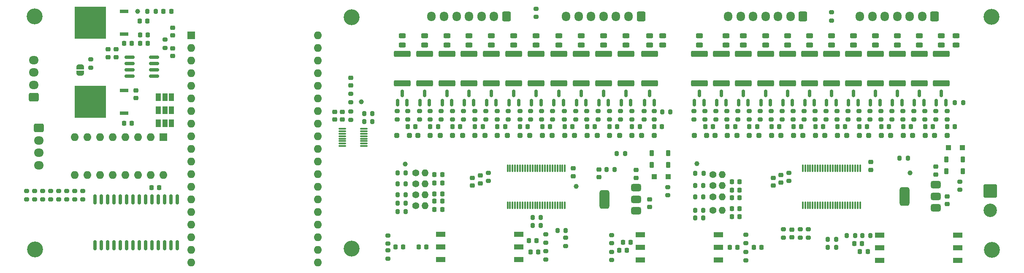
<source format=gbr>
%TF.GenerationSoftware,KiCad,Pcbnew,8.0.4*%
%TF.CreationDate,2024-09-13T16:29:25+09:00*%
%TF.ProjectId,LTC6811_ESP32_Master_V5,4c544336-3831-4315-9f45-535033325f4d,rev?*%
%TF.SameCoordinates,Original*%
%TF.FileFunction,Soldermask,Top*%
%TF.FilePolarity,Negative*%
%FSLAX46Y46*%
G04 Gerber Fmt 4.6, Leading zero omitted, Abs format (unit mm)*
G04 Created by KiCad (PCBNEW 8.0.4) date 2024-09-13 16:29:25*
%MOMM*%
%LPD*%
G01*
G04 APERTURE LIST*
G04 Aperture macros list*
%AMRoundRect*
0 Rectangle with rounded corners*
0 $1 Rounding radius*
0 $2 $3 $4 $5 $6 $7 $8 $9 X,Y pos of 4 corners*
0 Add a 4 corners polygon primitive as box body*
4,1,4,$2,$3,$4,$5,$6,$7,$8,$9,$2,$3,0*
0 Add four circle primitives for the rounded corners*
1,1,$1+$1,$2,$3*
1,1,$1+$1,$4,$5*
1,1,$1+$1,$6,$7*
1,1,$1+$1,$8,$9*
0 Add four rect primitives between the rounded corners*
20,1,$1+$1,$2,$3,$4,$5,0*
20,1,$1+$1,$4,$5,$6,$7,0*
20,1,$1+$1,$6,$7,$8,$9,0*
20,1,$1+$1,$8,$9,$2,$3,0*%
%AMFreePoly0*
4,1,19,0.500000,-0.750000,0.000000,-0.750000,0.000000,-0.744911,-0.071157,-0.744911,-0.207708,-0.704816,-0.327430,-0.627875,-0.420627,-0.520320,-0.479746,-0.390866,-0.500000,-0.250000,-0.500000,0.250000,-0.479746,0.390866,-0.420627,0.520320,-0.327430,0.627875,-0.207708,0.704816,-0.071157,0.744911,0.000000,0.744911,0.000000,0.750000,0.500000,0.750000,0.500000,-0.750000,0.500000,-0.750000,
$1*%
%AMFreePoly1*
4,1,19,0.000000,0.744911,0.071157,0.744911,0.207708,0.704816,0.327430,0.627875,0.420627,0.520320,0.479746,0.390866,0.500000,0.250000,0.500000,-0.250000,0.479746,-0.390866,0.420627,-0.520320,0.327430,-0.627875,0.207708,-0.704816,0.071157,-0.744911,0.000000,-0.744911,0.000000,-0.750000,-0.500000,-0.750000,-0.500000,0.750000,0.000000,0.750000,0.000000,0.744911,0.000000,0.744911,
$1*%
G04 Aperture macros list end*
%ADD10R,1.600000X1.600000*%
%ADD11O,1.600000X1.600000*%
%ADD12RoundRect,0.218750X0.256250X-0.218750X0.256250X0.218750X-0.256250X0.218750X-0.256250X-0.218750X0*%
%ADD13RoundRect,0.200000X0.275000X-0.200000X0.275000X0.200000X-0.275000X0.200000X-0.275000X-0.200000X0*%
%ADD14RoundRect,0.200000X-0.275000X0.200000X-0.275000X-0.200000X0.275000X-0.200000X0.275000X0.200000X0*%
%ADD15RoundRect,0.200000X0.200000X0.275000X-0.200000X0.275000X-0.200000X-0.275000X0.200000X-0.275000X0*%
%ADD16RoundRect,0.225000X0.225000X0.250000X-0.225000X0.250000X-0.225000X-0.250000X0.225000X-0.250000X0*%
%ADD17RoundRect,0.243750X-0.456250X0.243750X-0.456250X-0.243750X0.456250X-0.243750X0.456250X0.243750X0*%
%ADD18R,1.000000X1.500000*%
%ADD19RoundRect,0.225000X-0.225000X-0.250000X0.225000X-0.250000X0.225000X0.250000X-0.225000X0.250000X0*%
%ADD20RoundRect,0.250000X0.250000X0.250000X-0.250000X0.250000X-0.250000X-0.250000X0.250000X-0.250000X0*%
%ADD21RoundRect,0.225000X0.250000X-0.225000X0.250000X0.225000X-0.250000X0.225000X-0.250000X-0.225000X0*%
%ADD22RoundRect,0.200000X-0.200000X-0.275000X0.200000X-0.275000X0.200000X0.275000X-0.200000X0.275000X0*%
%ADD23RoundRect,0.250000X-1.425000X0.362500X-1.425000X-0.362500X1.425000X-0.362500X1.425000X0.362500X0*%
%ADD24R,1.701800X0.711200*%
%ADD25R,6.223000X6.553200*%
%ADD26C,1.000000*%
%ADD27C,1.400000*%
%ADD28O,1.400000X1.400000*%
%ADD29RoundRect,0.225000X-0.250000X0.225000X-0.250000X-0.225000X0.250000X-0.225000X0.250000X0.225000X0*%
%ADD30C,3.200000*%
%ADD31R,1.950000X1.020000*%
%ADD32RoundRect,0.250000X0.300000X0.300000X-0.300000X0.300000X-0.300000X-0.300000X0.300000X-0.300000X0*%
%ADD33RoundRect,0.150000X0.150000X-0.587500X0.150000X0.587500X-0.150000X0.587500X-0.150000X-0.587500X0*%
%ADD34RoundRect,0.075000X-0.075000X0.662500X-0.075000X-0.662500X0.075000X-0.662500X0.075000X0.662500X0*%
%ADD35RoundRect,0.150000X0.150000X-0.875000X0.150000X0.875000X-0.150000X0.875000X-0.150000X-0.875000X0*%
%ADD36O,1.700000X1.950000*%
%ADD37RoundRect,0.250000X0.600000X0.725000X-0.600000X0.725000X-0.600000X-0.725000X0.600000X-0.725000X0*%
%ADD38RoundRect,0.218750X0.218750X0.256250X-0.218750X0.256250X-0.218750X-0.256250X0.218750X-0.256250X0*%
%ADD39RoundRect,0.225000X0.225000X0.375000X-0.225000X0.375000X-0.225000X-0.375000X0.225000X-0.375000X0*%
%ADD40RoundRect,0.250001X-1.099999X1.099999X-1.099999X-1.099999X1.099999X-1.099999X1.099999X1.099999X0*%
%ADD41C,2.700000*%
%ADD42RoundRect,0.218750X-0.256250X0.218750X-0.256250X-0.218750X0.256250X-0.218750X0.256250X0.218750X0*%
%ADD43RoundRect,0.375000X0.625000X0.375000X-0.625000X0.375000X-0.625000X-0.375000X0.625000X-0.375000X0*%
%ADD44RoundRect,0.500000X0.500000X1.400000X-0.500000X1.400000X-0.500000X-1.400000X0.500000X-1.400000X0*%
%ADD45FreePoly0,90.000000*%
%ADD46FreePoly1,90.000000*%
%ADD47RoundRect,0.150000X0.825000X0.150000X-0.825000X0.150000X-0.825000X-0.150000X0.825000X-0.150000X0*%
%ADD48RoundRect,0.075000X-0.650000X-0.075000X0.650000X-0.075000X0.650000X0.075000X-0.650000X0.075000X0*%
%ADD49RoundRect,0.250000X-0.725000X0.600000X-0.725000X-0.600000X0.725000X-0.600000X0.725000X0.600000X0*%
%ADD50O,1.950000X1.700000*%
%ADD51RoundRect,0.250000X0.725000X-0.600000X0.725000X0.600000X-0.725000X0.600000X-0.725000X-0.600000X0*%
G04 APERTURE END LIST*
D10*
%TO.C,U8*%
X70365000Y-122821928D03*
D11*
X70365000Y-125361928D03*
X70365000Y-127901928D03*
X70365000Y-130441928D03*
X70365000Y-132981928D03*
X70365000Y-135521928D03*
X70365000Y-138061928D03*
X70365000Y-140601928D03*
X70365000Y-143141928D03*
X70365000Y-145681928D03*
X70365000Y-148221928D03*
X70365000Y-150761928D03*
X70365000Y-153301928D03*
X70365000Y-155841928D03*
X70365000Y-158381928D03*
X70365000Y-160921928D03*
X70365000Y-163461928D03*
X70365000Y-166001928D03*
X70365000Y-168541928D03*
X95765000Y-168541928D03*
X95765000Y-166001928D03*
X95765000Y-163461928D03*
X95765000Y-160921928D03*
X95765000Y-158381928D03*
X95765000Y-155841928D03*
X95765000Y-153301928D03*
X95765000Y-150761928D03*
X95765000Y-148221928D03*
X95765000Y-145681928D03*
X95765000Y-143141928D03*
X95765000Y-140601928D03*
X95765000Y-138061928D03*
X95765000Y-135521928D03*
X95765000Y-132981928D03*
X95765000Y-130441928D03*
X95765000Y-127901928D03*
X95765000Y-125361928D03*
X95765000Y-122821928D03*
%TD*%
D12*
%TO.C,D25*%
X190900000Y-163487500D03*
X190900000Y-161912500D03*
%TD*%
D13*
%TO.C,R138*%
X175600000Y-139725000D03*
X175600000Y-138075000D03*
%TD*%
D14*
%TO.C,R91*%
X224600000Y-152275000D03*
X224600000Y-153925000D03*
%TD*%
D15*
%TO.C,R4*%
X113425000Y-156600000D03*
X111775000Y-156600000D03*
%TD*%
D16*
%TO.C,C9*%
X180380000Y-154000000D03*
X178830000Y-154000000D03*
%TD*%
D17*
%TO.C,F10*%
X126100000Y-122862500D03*
X126100000Y-124737500D03*
%TD*%
D18*
%TO.C,JP3*%
X63800000Y-135300000D03*
X65100000Y-135300000D03*
X66400000Y-135300000D03*
%TD*%
D19*
%TO.C,C84*%
X191200000Y-141200000D03*
X192750000Y-141200000D03*
%TD*%
D14*
%TO.C,R2*%
X154700000Y-163000000D03*
X154700000Y-164650000D03*
%TD*%
D20*
%TO.C,D14*%
X145300000Y-143000000D03*
X142800000Y-143000000D03*
%TD*%
D17*
%TO.C,F5*%
X148600000Y-122862500D03*
X148600000Y-124737500D03*
%TD*%
D21*
%TO.C,C34*%
X59300000Y-135450000D03*
X59300000Y-133900000D03*
%TD*%
D17*
%TO.C,F19*%
X203200000Y-122862500D03*
X203200000Y-124737500D03*
%TD*%
D19*
%TO.C,C62*%
X113825000Y-141200000D03*
X115375000Y-141200000D03*
%TD*%
%TO.C,C35*%
X60050000Y-119900000D03*
X61600000Y-119900000D03*
%TD*%
D22*
%TO.C,R48*%
X153675000Y-149800000D03*
X155325000Y-149800000D03*
%TD*%
D23*
%TO.C,R121*%
X198800000Y-126537500D03*
X198800000Y-132462500D03*
%TD*%
%TO.C,R88*%
X112725000Y-126537500D03*
X112725000Y-132462500D03*
%TD*%
D24*
%TO.C,U4*%
X56900000Y-122600000D03*
D25*
X50143600Y-120299999D03*
D24*
X56900000Y-117999998D03*
%TD*%
D16*
%TO.C,C5*%
X120729962Y-150812500D03*
X119179962Y-150812500D03*
%TD*%
D26*
%TO.C,TP3*%
X147600000Y-153200000D03*
%TD*%
D27*
%TO.C,TH8*%
X174995000Y-155300000D03*
D28*
X176895000Y-155300000D03*
%TD*%
D14*
%TO.C,R49*%
X181600000Y-162950000D03*
X181600000Y-164600000D03*
%TD*%
D13*
%TO.C,R123*%
X197700000Y-139725000D03*
X197700000Y-138075000D03*
%TD*%
D23*
%TO.C,R112*%
X212000000Y-126537500D03*
X212000000Y-132462500D03*
%TD*%
D26*
%TO.C,TP4*%
X113300000Y-148700000D03*
%TD*%
D19*
%TO.C,C68*%
X62425000Y-153500000D03*
X63975000Y-153500000D03*
%TD*%
D29*
%TO.C,C37*%
X147000000Y-149600000D03*
X147000000Y-151150000D03*
%TD*%
D20*
%TO.C,D37*%
X173800000Y-143000000D03*
X171300000Y-143000000D03*
%TD*%
D13*
%TO.C,R90*%
X111675000Y-139725000D03*
X111675000Y-138075000D03*
%TD*%
D20*
%TO.C,D11*%
X158800000Y-143000000D03*
X156300000Y-143000000D03*
%TD*%
D13*
%TO.C,R63*%
X152000000Y-139725000D03*
X152000000Y-138075000D03*
%TD*%
D19*
%TO.C,C61*%
X118325000Y-141200000D03*
X119875000Y-141200000D03*
%TD*%
D23*
%TO.C,R133*%
X181150000Y-126537500D03*
X181150000Y-132462500D03*
%TD*%
D13*
%TO.C,R117*%
X206500000Y-139725000D03*
X206500000Y-138075000D03*
%TD*%
D14*
%TO.C,TH1*%
X139600000Y-117475000D03*
X139600000Y-119125000D03*
%TD*%
D30*
%TO.C,J19*%
X230900000Y-119100000D03*
%TD*%
D16*
%TO.C,C10*%
X180375000Y-152300000D03*
X178825000Y-152300000D03*
%TD*%
%TO.C,C7*%
X180375000Y-157700000D03*
X178825000Y-157700000D03*
%TD*%
D31*
%TO.C,TR3*%
X176120000Y-168040000D03*
X176120000Y-165500000D03*
X176120000Y-162960000D03*
X160480000Y-162960000D03*
X160480000Y-165500000D03*
X160480000Y-168040000D03*
%TD*%
D13*
%TO.C,R72*%
X138500000Y-139725000D03*
X138500000Y-138075000D03*
%TD*%
D32*
%TO.C,D8*%
X166075000Y-151300000D03*
X163275000Y-151300000D03*
%TD*%
D33*
%TO.C,Q24*%
X180200000Y-136337500D03*
X182100000Y-136337500D03*
X181150000Y-134462500D03*
%TD*%
D15*
%TO.C,R98*%
X199725000Y-165500000D03*
X198075000Y-165500000D03*
%TD*%
D19*
%TO.C,C24*%
X156225000Y-166100000D03*
X157775000Y-166100000D03*
%TD*%
%TO.C,C29*%
X116025000Y-165400000D03*
X117575000Y-165400000D03*
%TD*%
D23*
%TO.C,R118*%
X203200000Y-126537500D03*
X203200000Y-132462500D03*
%TD*%
D33*
%TO.C,Q8*%
X134150000Y-136337500D03*
X136050000Y-136337500D03*
X135100000Y-134462500D03*
%TD*%
D10*
%TO.C,SW1*%
X64800000Y-143332500D03*
D11*
X62260000Y-143332500D03*
X59720000Y-143332500D03*
X57180000Y-143332500D03*
X54640000Y-143332500D03*
X52100000Y-143332500D03*
X49560000Y-143332500D03*
X47020000Y-143332500D03*
X47020000Y-150952500D03*
X49560000Y-150952500D03*
X52100000Y-150952500D03*
X54640000Y-150952500D03*
X57180000Y-150952500D03*
X59720000Y-150952500D03*
X62260000Y-150952500D03*
X64800000Y-150952500D03*
%TD*%
D13*
%TO.C,R45*%
X130000000Y-152125000D03*
X130000000Y-150475000D03*
%TD*%
D16*
%TO.C,C2*%
X120729962Y-156200000D03*
X119179962Y-156200000D03*
%TD*%
D20*
%TO.C,D36*%
X177950000Y-143000000D03*
X175450000Y-143000000D03*
%TD*%
D13*
%TO.C,R128*%
X191100000Y-139725000D03*
X191100000Y-138075000D03*
%TD*%
%TO.C,R69*%
X142900000Y-139725000D03*
X142900000Y-138075000D03*
%TD*%
D33*
%TO.C,Q3*%
X156650000Y-136337500D03*
X158550000Y-136337500D03*
X157600000Y-134462500D03*
%TD*%
D14*
%TO.C,R40*%
X166000000Y-153375000D03*
X166000000Y-155025000D03*
%TD*%
D26*
%TO.C,TP2*%
X104500000Y-136200000D03*
%TD*%
D13*
%TO.C,R57*%
X161200000Y-139725000D03*
X161200000Y-138075000D03*
%TD*%
D15*
%TO.C,R11*%
X173125000Y-153000000D03*
X171475000Y-153000000D03*
%TD*%
D23*
%TO.C,R64*%
X148600000Y-126537500D03*
X148600000Y-132462500D03*
%TD*%
D13*
%TO.C,R94*%
X192600000Y-163537500D03*
X192600000Y-161887500D03*
%TD*%
D14*
%TO.C,R32*%
X141500000Y-162875000D03*
X141500000Y-164525000D03*
%TD*%
D13*
%TO.C,R89*%
X113825000Y-139725000D03*
X113825000Y-138075000D03*
%TD*%
D19*
%TO.C,C86*%
X182350000Y-141200000D03*
X183900000Y-141200000D03*
%TD*%
D14*
%TO.C,R151*%
X48600000Y-154150000D03*
X48600000Y-155800000D03*
%TD*%
D16*
%TO.C,C50*%
X140000000Y-166400000D03*
X138450000Y-166400000D03*
%TD*%
D29*
%TO.C,C31*%
X99150000Y-138225000D03*
X99150000Y-139775000D03*
%TD*%
D23*
%TO.C,R67*%
X144100000Y-126537500D03*
X144100000Y-132462500D03*
%TD*%
D33*
%TO.C,Q5*%
X147650000Y-136337500D03*
X149550000Y-136337500D03*
X148600000Y-134462500D03*
%TD*%
D17*
%TO.C,F23*%
X185600000Y-122862500D03*
X185600000Y-124737500D03*
%TD*%
D19*
%TO.C,C70*%
X183225000Y-165500000D03*
X184775000Y-165500000D03*
%TD*%
D33*
%TO.C,Q11*%
X120750000Y-136337500D03*
X122650000Y-136337500D03*
X121700000Y-134462500D03*
%TD*%
D15*
%TO.C,R10*%
X173125000Y-155300000D03*
X171475000Y-155300000D03*
%TD*%
D19*
%TO.C,C69*%
X138125000Y-164100000D03*
X139675000Y-164100000D03*
%TD*%
D33*
%TO.C,Q25*%
X175800000Y-136337500D03*
X177700000Y-136337500D03*
X176750000Y-134462500D03*
%TD*%
D17*
%TO.C,F15*%
X220800000Y-122862500D03*
X220800000Y-124737500D03*
%TD*%
D15*
%TO.C,R9*%
X173125000Y-158000000D03*
X171475000Y-158000000D03*
%TD*%
D27*
%TO.C,TH3*%
X115395000Y-154900000D03*
D28*
X117295000Y-154900000D03*
%TD*%
D19*
%TO.C,C82*%
X200000000Y-141200000D03*
X201550000Y-141200000D03*
%TD*%
%TO.C,C55*%
X145300000Y-141200000D03*
X146850000Y-141200000D03*
%TD*%
D15*
%TO.C,R7*%
X113425000Y-150500000D03*
X111775000Y-150500000D03*
%TD*%
D17*
%TO.C,F2*%
X162300000Y-122862500D03*
X162300000Y-124737500D03*
%TD*%
D33*
%TO.C,Q19*%
X202250000Y-136337500D03*
X204150000Y-136337500D03*
X203200000Y-134462500D03*
%TD*%
D13*
%TO.C,R74*%
X136300000Y-139725000D03*
X136300000Y-138075000D03*
%TD*%
D33*
%TO.C,Q2*%
X161350000Y-136337500D03*
X163250000Y-136337500D03*
X162300000Y-134462500D03*
%TD*%
D19*
%TO.C,C56*%
X140800000Y-141200000D03*
X142350000Y-141200000D03*
%TD*%
D34*
%TO.C,U11*%
X145350000Y-149587500D03*
X144850000Y-149587500D03*
X144350000Y-149587500D03*
X143850000Y-149587500D03*
X143350000Y-149587500D03*
X142850000Y-149587500D03*
X142350000Y-149587500D03*
X141850000Y-149587500D03*
X141350000Y-149587500D03*
X140850000Y-149587500D03*
X140350000Y-149587500D03*
X139850000Y-149587500D03*
X139350000Y-149587500D03*
X138850000Y-149587500D03*
X138350000Y-149587500D03*
X137850000Y-149587500D03*
X137350000Y-149587500D03*
X136850000Y-149587500D03*
X136350000Y-149587500D03*
X135850000Y-149587500D03*
X135350000Y-149587500D03*
X134850000Y-149587500D03*
X134350000Y-149587500D03*
X133850000Y-149587500D03*
X133850000Y-157012500D03*
X134350000Y-157012500D03*
X134850000Y-157012500D03*
X135350000Y-157012500D03*
X135850000Y-157012500D03*
X136350000Y-157012500D03*
X136850000Y-157012500D03*
X137350000Y-157012500D03*
X137850000Y-157012500D03*
X138350000Y-157012500D03*
X138850000Y-157012500D03*
X139350000Y-157012500D03*
X139850000Y-157012500D03*
X140350000Y-157012500D03*
X140850000Y-157012500D03*
X141350000Y-157012500D03*
X141850000Y-157012500D03*
X142350000Y-157012500D03*
X142850000Y-157012500D03*
X143350000Y-157012500D03*
X143850000Y-157012500D03*
X144350000Y-157012500D03*
X144850000Y-157012500D03*
X145350000Y-157012500D03*
%TD*%
D21*
%TO.C,C40*%
X159600000Y-151475000D03*
X159600000Y-149925000D03*
%TD*%
D19*
%TO.C,C59*%
X127300000Y-141200000D03*
X128850000Y-141200000D03*
%TD*%
D13*
%TO.C,R110*%
X217500000Y-139725000D03*
X217500000Y-138075000D03*
%TD*%
D17*
%TO.C,F14*%
X223800000Y-122862500D03*
X223800000Y-124737500D03*
%TD*%
%TO.C,F8*%
X135100000Y-122862500D03*
X135100000Y-124737500D03*
%TD*%
%TO.C,F7*%
X139600000Y-122862500D03*
X139600000Y-124737500D03*
%TD*%
D13*
%TO.C,R99*%
X189200000Y-163512500D03*
X189200000Y-161862500D03*
%TD*%
D19*
%TO.C,C83*%
X195600000Y-141200000D03*
X197150000Y-141200000D03*
%TD*%
D20*
%TO.C,D27*%
X217600000Y-143000000D03*
X215100000Y-143000000D03*
%TD*%
D33*
%TO.C,Q9*%
X129650000Y-136337500D03*
X131550000Y-136337500D03*
X130600000Y-134462500D03*
%TD*%
%TO.C,Q20*%
X197850000Y-136337500D03*
X199750000Y-136337500D03*
X198800000Y-134462500D03*
%TD*%
D20*
%TO.C,D32*%
X195600000Y-143000000D03*
X193100000Y-143000000D03*
%TD*%
D19*
%TO.C,C60*%
X122800000Y-141200000D03*
X124350000Y-141200000D03*
%TD*%
D23*
%TO.C,R136*%
X176750000Y-126537500D03*
X176750000Y-132462500D03*
%TD*%
D20*
%TO.C,D26*%
X222000000Y-143000000D03*
X219500000Y-143000000D03*
%TD*%
D22*
%TO.C,R154*%
X204975000Y-163100000D03*
X206625000Y-163100000D03*
%TD*%
D13*
%TO.C,R83*%
X122800000Y-139725000D03*
X122800000Y-138075000D03*
%TD*%
D21*
%TO.C,C65*%
X188700000Y-152475000D03*
X188700000Y-150925000D03*
%TD*%
D14*
%TO.C,R144*%
X43800000Y-154150000D03*
X43800000Y-155800000D03*
%TD*%
D33*
%TO.C,Q12*%
X116275000Y-136337500D03*
X118175000Y-136337500D03*
X117225000Y-134462500D03*
%TD*%
D20*
%TO.C,D13*%
X149800000Y-143000000D03*
X147300000Y-143000000D03*
%TD*%
D15*
%TO.C,R44*%
X140525000Y-159500000D03*
X138875000Y-159500000D03*
%TD*%
D27*
%TO.C,TH9*%
X174995000Y-153000000D03*
D28*
X176895000Y-153000000D03*
%TD*%
D19*
%TO.C,C88*%
X173500000Y-141200000D03*
X175050000Y-141200000D03*
%TD*%
D21*
%TO.C,C42*%
X219700000Y-150800000D03*
X219700000Y-149250000D03*
%TD*%
D20*
%TO.C,D15*%
X140800000Y-143000000D03*
X138300000Y-143000000D03*
%TD*%
D27*
%TO.C,TH7*%
X174995000Y-158000000D03*
D28*
X176895000Y-158000000D03*
%TD*%
D19*
%TO.C,C57*%
X136300000Y-141200000D03*
X137850000Y-141200000D03*
%TD*%
D13*
%TO.C,R122*%
X199900000Y-139725000D03*
X199900000Y-138075000D03*
%TD*%
D23*
%TO.C,R109*%
X216400000Y-126537500D03*
X216400000Y-132462500D03*
%TD*%
D15*
%TO.C,FB1*%
X166525000Y-138200000D03*
X164875000Y-138200000D03*
%TD*%
D14*
%TO.C,R153*%
X50200000Y-127675000D03*
X50200000Y-129325000D03*
%TD*%
D26*
%TO.C,TP1*%
X59600000Y-118000000D03*
%TD*%
D15*
%TO.C,R92*%
X214125000Y-147500000D03*
X212475000Y-147500000D03*
%TD*%
D13*
%TO.C,R80*%
X127300000Y-139725000D03*
X127300000Y-138075000D03*
%TD*%
%TO.C,R56*%
X163300000Y-139725000D03*
X163300000Y-138075000D03*
%TD*%
D23*
%TO.C,R58*%
X157600000Y-126537500D03*
X157600000Y-132462500D03*
%TD*%
D19*
%TO.C,C52*%
X158800000Y-141200000D03*
X160350000Y-141200000D03*
%TD*%
D13*
%TO.C,R132*%
X184500000Y-139725000D03*
X184500000Y-138075000D03*
%TD*%
D21*
%TO.C,C39*%
X128400000Y-152575000D03*
X128400000Y-151025000D03*
%TD*%
D13*
%TO.C,R137*%
X177800000Y-139725000D03*
X177800000Y-138075000D03*
%TD*%
D19*
%TO.C,C33*%
X56925000Y-124400000D03*
X58475000Y-124400000D03*
%TD*%
D35*
%TO.C,U1*%
X51045000Y-165100000D03*
X52315000Y-165100000D03*
X53585000Y-165100000D03*
X54855000Y-165100000D03*
X56125000Y-165100000D03*
X57395000Y-165100000D03*
X58665000Y-165100000D03*
X59935000Y-165100000D03*
X61205000Y-165100000D03*
X62475000Y-165100000D03*
X63745000Y-165100000D03*
X65015000Y-165100000D03*
X66285000Y-165100000D03*
X67555000Y-165100000D03*
X67555000Y-155800000D03*
X66285000Y-155800000D03*
X65015000Y-155800000D03*
X63745000Y-155800000D03*
X62475000Y-155800000D03*
X61205000Y-155800000D03*
X59935000Y-155800000D03*
X58665000Y-155800000D03*
X57395000Y-155800000D03*
X56125000Y-155800000D03*
X54855000Y-155800000D03*
X53585000Y-155800000D03*
X52315000Y-155800000D03*
X51045000Y-155800000D03*
%TD*%
D29*
%TO.C,C41*%
X162350000Y-155800000D03*
X162350000Y-157350000D03*
%TD*%
D19*
%TO.C,C51*%
X163250000Y-141200000D03*
X164800000Y-141200000D03*
%TD*%
D13*
%TO.C,R126*%
X193300000Y-139725000D03*
X193300000Y-138075000D03*
%TD*%
D17*
%TO.C,F21*%
X194400000Y-122862500D03*
X194400000Y-124737500D03*
%TD*%
D22*
%TO.C,R47*%
X198075000Y-163900000D03*
X199725000Y-163900000D03*
%TD*%
D33*
%TO.C,Q17*%
X211050000Y-136337500D03*
X212950000Y-136337500D03*
X212000000Y-134462500D03*
%TD*%
D19*
%TO.C,C80*%
X208800000Y-141200000D03*
X210350000Y-141200000D03*
%TD*%
D14*
%TO.C,R36*%
X109800000Y-166100000D03*
X109800000Y-167750000D03*
%TD*%
D17*
%TO.C,F6*%
X144100000Y-122862500D03*
X144100000Y-124737500D03*
%TD*%
D14*
%TO.C,R148*%
X45400000Y-154150000D03*
X45400000Y-155800000D03*
%TD*%
D13*
%TO.C,R65*%
X149700000Y-139725000D03*
X149700000Y-138075000D03*
%TD*%
D33*
%TO.C,Q18*%
X206650000Y-136337500D03*
X208550000Y-136337500D03*
X207600000Y-134462500D03*
%TD*%
D13*
%TO.C,R59*%
X158800000Y-139725000D03*
X158800000Y-138075000D03*
%TD*%
D22*
%TO.C,R155*%
X201875000Y-163100000D03*
X203525000Y-163100000D03*
%TD*%
D18*
%TO.C,JP1*%
X63800000Y-140500000D03*
X65100000Y-140500000D03*
X66400000Y-140500000D03*
%TD*%
D22*
%TO.C,R42*%
X143875000Y-162100000D03*
X145525000Y-162100000D03*
%TD*%
D17*
%TO.C,F25*%
X177700000Y-122862500D03*
X177700000Y-124737500D03*
%TD*%
%TO.C,F1*%
X165000000Y-122862500D03*
X165000000Y-124737500D03*
%TD*%
D16*
%TO.C,C26*%
X158525000Y-164500000D03*
X156975000Y-164500000D03*
%TD*%
D33*
%TO.C,Q26*%
X171350000Y-136337500D03*
X173250000Y-136337500D03*
X172300000Y-134462500D03*
%TD*%
D15*
%TO.C,R27*%
X63250000Y-118000000D03*
X61600000Y-118000000D03*
%TD*%
D29*
%TO.C,C67*%
X222000000Y-155200000D03*
X222000000Y-156750000D03*
%TD*%
D19*
%TO.C,C85*%
X186800000Y-141200000D03*
X188350000Y-141200000D03*
%TD*%
D36*
%TO.C,J11*%
X118600000Y-119000000D03*
X121100000Y-119000000D03*
X123600000Y-119000000D03*
X126100000Y-119000000D03*
X128600000Y-119000000D03*
X131100000Y-119000000D03*
D37*
X133600000Y-119000000D03*
%TD*%
D14*
%TO.C,R102*%
X37400000Y-154150000D03*
X37400000Y-155800000D03*
%TD*%
D19*
%TO.C,C20*%
X56900000Y-140500000D03*
X58450000Y-140500000D03*
%TD*%
D27*
%TO.C,TH5*%
X115395000Y-150500000D03*
D28*
X117295000Y-150500000D03*
%TD*%
D23*
%TO.C,R82*%
X121700000Y-126537500D03*
X121700000Y-132462500D03*
%TD*%
D13*
%TO.C,R87*%
X116200000Y-139725000D03*
X116200000Y-138075000D03*
%TD*%
D26*
%TO.C,TP5*%
X214600000Y-150500000D03*
%TD*%
D38*
%TO.C,D1*%
X66387500Y-118000000D03*
X64812500Y-118000000D03*
%TD*%
D13*
%TO.C,R131*%
X186700000Y-139725000D03*
X186700000Y-138075000D03*
%TD*%
%TO.C,R66*%
X147500000Y-139725000D03*
X147500000Y-138075000D03*
%TD*%
%TO.C,R129*%
X188900000Y-139725000D03*
X188900000Y-138075000D03*
%TD*%
D30*
%TO.C,J21*%
X102600000Y-165700000D03*
%TD*%
D33*
%TO.C,Q7*%
X138650000Y-136337500D03*
X140550000Y-136337500D03*
X139600000Y-134462500D03*
%TD*%
D13*
%TO.C,R140*%
X173400000Y-139725000D03*
X173400000Y-138075000D03*
%TD*%
D21*
%TO.C,C32*%
X100700000Y-139775000D03*
X100700000Y-138225000D03*
%TD*%
D39*
%TO.C,D7*%
X166050000Y-148900000D03*
X162750000Y-148900000D03*
%TD*%
D20*
%TO.C,D29*%
X208800000Y-143000000D03*
X206300000Y-143000000D03*
%TD*%
D33*
%TO.C,Q4*%
X152150000Y-136337500D03*
X154050000Y-136337500D03*
X153100000Y-134462500D03*
%TD*%
D14*
%TO.C,R46*%
X181600000Y-166450000D03*
X181600000Y-168100000D03*
%TD*%
D33*
%TO.C,Q23*%
X184650000Y-136337500D03*
X186550000Y-136337500D03*
X185600000Y-134462500D03*
%TD*%
D16*
%TO.C,C8*%
X180375000Y-155500000D03*
X178825000Y-155500000D03*
%TD*%
D33*
%TO.C,Q10*%
X125150000Y-136337500D03*
X127050000Y-136337500D03*
X126100000Y-134462500D03*
%TD*%
D16*
%TO.C,C74*%
X206075000Y-166300000D03*
X204525000Y-166300000D03*
%TD*%
D17*
%TO.C,F9*%
X130600000Y-122862500D03*
X130600000Y-124737500D03*
%TD*%
D13*
%TO.C,R134*%
X182300000Y-139725000D03*
X182300000Y-138075000D03*
%TD*%
D24*
%TO.C,U3*%
X56900000Y-138500002D03*
D25*
X50143600Y-136200001D03*
D24*
X56900000Y-133900000D03*
%TD*%
D16*
%TO.C,C6*%
X180375000Y-159300000D03*
X178825000Y-159300000D03*
%TD*%
D23*
%TO.C,R73*%
X135100000Y-126537500D03*
X135100000Y-132462500D03*
%TD*%
%TO.C,R124*%
X194400000Y-126537500D03*
X194400000Y-132462500D03*
%TD*%
D40*
%TO.C,J6*%
X230700000Y-154100000D03*
D41*
X230700000Y-158060000D03*
%TD*%
D14*
%TO.C,R103*%
X39000000Y-154150000D03*
X39000000Y-155800000D03*
%TD*%
D39*
%TO.C,D6*%
X166050000Y-146500000D03*
X162750000Y-146500000D03*
%TD*%
D16*
%TO.C,C21*%
X61675000Y-124400000D03*
X60125000Y-124400000D03*
%TD*%
D20*
%TO.C,D30*%
X204400000Y-143000000D03*
X201900000Y-143000000D03*
%TD*%
D42*
%TO.C,D9*%
X152200000Y-149812500D03*
X152200000Y-151387500D03*
%TD*%
D14*
%TO.C,R37*%
X109800000Y-163100000D03*
X109800000Y-164750000D03*
%TD*%
D13*
%TO.C,R96*%
X190300000Y-152125000D03*
X190300000Y-150475000D03*
%TD*%
%TO.C,R95*%
X194200000Y-163537500D03*
X194200000Y-161887500D03*
%TD*%
D14*
%TO.C,R39*%
X102400000Y-138175000D03*
X102400000Y-139825000D03*
%TD*%
D17*
%TO.C,F16*%
X216400000Y-122862500D03*
X216400000Y-124737500D03*
%TD*%
D13*
%TO.C,R81*%
X125000000Y-139725000D03*
X125000000Y-138075000D03*
%TD*%
D39*
%TO.C,D22*%
X225150000Y-150200000D03*
X221850000Y-150200000D03*
%TD*%
D43*
%TO.C,Q1*%
X159600000Y-158100000D03*
X159600000Y-155800000D03*
X159600000Y-153500000D03*
D44*
X153300000Y-155800000D03*
%TD*%
D30*
%TO.C,J4*%
X231000000Y-166000000D03*
%TD*%
D26*
%TO.C,TP6*%
X171800000Y-148600000D03*
%TD*%
D15*
%TO.C,R6*%
X113425000Y-152700000D03*
X111775000Y-152700000D03*
%TD*%
D42*
%TO.C,D4*%
X102400000Y-131325000D03*
X102400000Y-132900000D03*
%TD*%
D13*
%TO.C,R114*%
X210900000Y-139725000D03*
X210900000Y-138075000D03*
%TD*%
%TO.C,R113*%
X213100000Y-139725000D03*
X213100000Y-138075000D03*
%TD*%
D29*
%TO.C,C63*%
X206700000Y-148325000D03*
X206700000Y-149875000D03*
%TD*%
D22*
%TO.C,R35*%
X105075000Y-138562500D03*
X106725000Y-138562500D03*
%TD*%
D13*
%TO.C,R60*%
X156500000Y-139725000D03*
X156500000Y-138075000D03*
%TD*%
D14*
%TO.C,TH6*%
X198800000Y-118175000D03*
X198800000Y-119825000D03*
%TD*%
D45*
%TO.C,JP4*%
X48100000Y-130450000D03*
D46*
X48100000Y-129150000D03*
%TD*%
D16*
%TO.C,C30*%
X112875000Y-165400000D03*
X111325000Y-165400000D03*
%TD*%
D17*
%TO.C,F12*%
X117225000Y-122862500D03*
X117225000Y-124737500D03*
%TD*%
D20*
%TO.C,D19*%
X122800000Y-143000000D03*
X120300000Y-143000000D03*
%TD*%
D31*
%TO.C,TR7*%
X224120000Y-168140000D03*
X224120000Y-165600000D03*
X224120000Y-163060000D03*
X208480000Y-163060000D03*
X208480000Y-165600000D03*
X208480000Y-168140000D03*
%TD*%
D23*
%TO.C,R61*%
X153100000Y-126537500D03*
X153100000Y-132462500D03*
%TD*%
D29*
%TO.C,C27*%
X66700000Y-121250000D03*
X66700000Y-122800000D03*
%TD*%
D14*
%TO.C,R97*%
X145500000Y-163575000D03*
X145500000Y-165225000D03*
%TD*%
D19*
%TO.C,C53*%
X154300000Y-141200000D03*
X155850000Y-141200000D03*
%TD*%
D20*
%TO.C,D17*%
X131800000Y-143000000D03*
X129300000Y-143000000D03*
%TD*%
D13*
%TO.C,R75*%
X134000000Y-139725000D03*
X134000000Y-138075000D03*
%TD*%
D17*
%TO.C,F4*%
X153100000Y-122862500D03*
X153100000Y-124737500D03*
%TD*%
D20*
%TO.C,D16*%
X136300000Y-143000000D03*
X133800000Y-143000000D03*
%TD*%
D36*
%TO.C,J10*%
X145600000Y-119000000D03*
X148100000Y-119000000D03*
X150600000Y-119000000D03*
X153100000Y-119000000D03*
X155600000Y-119000000D03*
X158100000Y-119000000D03*
D37*
X160600000Y-119000000D03*
%TD*%
D13*
%TO.C,R135*%
X180050000Y-139725000D03*
X180050000Y-138075000D03*
%TD*%
D32*
%TO.C,D24*%
X225050000Y-145400000D03*
X222250000Y-145400000D03*
%TD*%
D13*
%TO.C,R78*%
X129500000Y-139725000D03*
X129500000Y-138075000D03*
%TD*%
D14*
%TO.C,R29*%
X141500000Y-166275000D03*
X141500000Y-167925000D03*
%TD*%
D17*
%TO.C,F22*%
X190000000Y-122862500D03*
X190000000Y-124737500D03*
%TD*%
%TO.C,F3*%
X157600000Y-122862500D03*
X157600000Y-124737500D03*
%TD*%
D13*
%TO.C,R77*%
X131800000Y-139725000D03*
X131800000Y-138075000D03*
%TD*%
%TO.C,R62*%
X154300000Y-139725000D03*
X154300000Y-138075000D03*
%TD*%
D34*
%TO.C,U12*%
X204550000Y-149587500D03*
X204050000Y-149587500D03*
X203550000Y-149587500D03*
X203050000Y-149587500D03*
X202550000Y-149587500D03*
X202050000Y-149587500D03*
X201550000Y-149587500D03*
X201050000Y-149587500D03*
X200550000Y-149587500D03*
X200050000Y-149587500D03*
X199550000Y-149587500D03*
X199050000Y-149587500D03*
X198550000Y-149587500D03*
X198050000Y-149587500D03*
X197550000Y-149587500D03*
X197050000Y-149587500D03*
X196550000Y-149587500D03*
X196050000Y-149587500D03*
X195550000Y-149587500D03*
X195050000Y-149587500D03*
X194550000Y-149587500D03*
X194050000Y-149587500D03*
X193550000Y-149587500D03*
X193050000Y-149587500D03*
X193050000Y-157012500D03*
X193550000Y-157012500D03*
X194050000Y-157012500D03*
X194550000Y-157012500D03*
X195050000Y-157012500D03*
X195550000Y-157012500D03*
X196050000Y-157012500D03*
X196550000Y-157012500D03*
X197050000Y-157012500D03*
X197550000Y-157012500D03*
X198050000Y-157012500D03*
X198550000Y-157012500D03*
X199050000Y-157012500D03*
X199550000Y-157012500D03*
X200050000Y-157012500D03*
X200550000Y-157012500D03*
X201050000Y-157012500D03*
X201550000Y-157012500D03*
X202050000Y-157012500D03*
X202550000Y-157012500D03*
X203050000Y-157012500D03*
X203550000Y-157012500D03*
X204050000Y-157012500D03*
X204550000Y-157012500D03*
%TD*%
D33*
%TO.C,Q13*%
X111775000Y-136337500D03*
X113675000Y-136337500D03*
X112725000Y-134462500D03*
%TD*%
D14*
%TO.C,R1*%
X154700000Y-166375000D03*
X154700000Y-168025000D03*
%TD*%
D33*
%TO.C,Q22*%
X189050000Y-136337500D03*
X190950000Y-136337500D03*
X190000000Y-134462500D03*
%TD*%
D13*
%TO.C,R107*%
X222000000Y-139725000D03*
X222000000Y-138075000D03*
%TD*%
%TO.C,R84*%
X120500000Y-139725000D03*
X120500000Y-138075000D03*
%TD*%
D20*
%TO.C,D33*%
X191200000Y-143000000D03*
X188700000Y-143000000D03*
%TD*%
D13*
%TO.C,R108*%
X219700000Y-139725000D03*
X219700000Y-138075000D03*
%TD*%
D21*
%TO.C,C64*%
X187100000Y-153075000D03*
X187100000Y-151525000D03*
%TD*%
D30*
%TO.C,J3*%
X39000000Y-119000000D03*
%TD*%
D21*
%TO.C,C48*%
X55300000Y-127200000D03*
X55300000Y-125650000D03*
%TD*%
D23*
%TO.C,R130*%
X185600000Y-126537500D03*
X185600000Y-132462500D03*
%TD*%
D17*
%TO.C,F11*%
X121700000Y-122862500D03*
X121700000Y-124737500D03*
%TD*%
D19*
%TO.C,C45*%
X178425000Y-165500000D03*
X179975000Y-165500000D03*
%TD*%
D23*
%TO.C,R115*%
X207600000Y-126537500D03*
X207600000Y-132462500D03*
%TD*%
D16*
%TO.C,C3*%
X120729962Y-154700000D03*
X119179962Y-154700000D03*
%TD*%
D20*
%TO.C,D18*%
X127300000Y-143000000D03*
X124800000Y-143000000D03*
%TD*%
D14*
%TO.C,R33*%
X102400000Y-134587500D03*
X102400000Y-136237500D03*
%TD*%
D13*
%TO.C,R141*%
X171200000Y-139725000D03*
X171200000Y-138075000D03*
%TD*%
D15*
%TO.C,R41*%
X157400000Y-146600000D03*
X155750000Y-146600000D03*
%TD*%
D33*
%TO.C,Q15*%
X219850000Y-136337500D03*
X221750000Y-136337500D03*
X220800000Y-134462500D03*
%TD*%
D17*
%TO.C,F13*%
X112725000Y-122862500D03*
X112725000Y-124737500D03*
%TD*%
D27*
%TO.C,TH4*%
X115395000Y-152700000D03*
D28*
X117295000Y-152700000D03*
%TD*%
D15*
%TO.C,FB2*%
X225200000Y-136350000D03*
X223550000Y-136350000D03*
%TD*%
D23*
%TO.C,R139*%
X172300000Y-126537500D03*
X172300000Y-132462500D03*
%TD*%
D36*
%TO.C,J13*%
X178100000Y-119000000D03*
X180600000Y-119000000D03*
X183100000Y-119000000D03*
X185600000Y-119000000D03*
X188100000Y-119000000D03*
X190600000Y-119000000D03*
D37*
X193100000Y-119000000D03*
%TD*%
D30*
%TO.C,J18*%
X102600000Y-119200000D03*
%TD*%
D20*
%TO.C,D10*%
X163225000Y-143000000D03*
X160725000Y-143000000D03*
%TD*%
D17*
%TO.C,F26*%
X172300000Y-122862500D03*
X172300000Y-124737500D03*
%TD*%
D19*
%TO.C,C58*%
X131800000Y-141200000D03*
X133350000Y-141200000D03*
%TD*%
D47*
%TO.C,U2*%
X62975000Y-131005000D03*
X62975000Y-129735000D03*
X62975000Y-128465000D03*
X62975000Y-127195000D03*
X58025000Y-127195000D03*
X58025000Y-128465000D03*
X58025000Y-129735000D03*
X58025000Y-131005000D03*
%TD*%
D48*
%TO.C,U9*%
X100725000Y-141600000D03*
X100725000Y-142100000D03*
X100725000Y-142600000D03*
X100725000Y-143100000D03*
X100725000Y-143600000D03*
X100725000Y-144100000D03*
X100725000Y-144600000D03*
X100725000Y-145100000D03*
X105025000Y-145100000D03*
X105025000Y-144600000D03*
X105025000Y-144100000D03*
X105025000Y-143600000D03*
X105025000Y-143100000D03*
X105025000Y-142600000D03*
X105025000Y-142100000D03*
X105025000Y-141600000D03*
%TD*%
D23*
%TO.C,R55*%
X162300000Y-126537500D03*
X162300000Y-132462500D03*
%TD*%
%TO.C,R70*%
X139600000Y-126537500D03*
X139600000Y-132462500D03*
%TD*%
D20*
%TO.C,D20*%
X118325000Y-143000000D03*
X115825000Y-143000000D03*
%TD*%
D13*
%TO.C,R68*%
X145200000Y-139725000D03*
X145200000Y-138075000D03*
%TD*%
D33*
%TO.C,Q16*%
X215450000Y-136337500D03*
X217350000Y-136337500D03*
X216400000Y-134462500D03*
%TD*%
D14*
%TO.C,R105*%
X42200000Y-154150000D03*
X42200000Y-155800000D03*
%TD*%
%TO.C,R149*%
X47000000Y-154150000D03*
X47000000Y-155800000D03*
%TD*%
D13*
%TO.C,R125*%
X195500000Y-139725000D03*
X195500000Y-138075000D03*
%TD*%
D17*
%TO.C,F20*%
X198800000Y-122862500D03*
X198800000Y-124737500D03*
%TD*%
D19*
%TO.C,C73*%
X203400000Y-164700000D03*
X204950000Y-164700000D03*
%TD*%
D15*
%TO.C,R5*%
X113425000Y-154900000D03*
X111775000Y-154900000D03*
%TD*%
D19*
%TO.C,C54*%
X149800000Y-141200000D03*
X151350000Y-141200000D03*
%TD*%
%TO.C,C77*%
X222000000Y-141200000D03*
X223550000Y-141200000D03*
%TD*%
D23*
%TO.C,R85*%
X117225000Y-126537500D03*
X117225000Y-132462500D03*
%TD*%
D20*
%TO.C,D34*%
X186800000Y-143000000D03*
X184300000Y-143000000D03*
%TD*%
D13*
%TO.C,R111*%
X215300000Y-139725000D03*
X215300000Y-138075000D03*
%TD*%
D20*
%TO.C,D21*%
X114150000Y-143000000D03*
X111650000Y-143000000D03*
%TD*%
D43*
%TO.C,Q14*%
X219750000Y-157500000D03*
X219750000Y-155200000D03*
X219750000Y-152900000D03*
D44*
X213450000Y-155200000D03*
%TD*%
D23*
%TO.C,R106*%
X220800000Y-126537500D03*
X220800000Y-132462500D03*
%TD*%
D19*
%TO.C,C87*%
X177950000Y-141200000D03*
X179500000Y-141200000D03*
%TD*%
D17*
%TO.C,F24*%
X181150000Y-122862500D03*
X181150000Y-124737500D03*
%TD*%
D49*
%TO.C,J23*%
X39825000Y-141450000D03*
D50*
X39825000Y-143950000D03*
X39825000Y-146450000D03*
X39825000Y-148950000D03*
%TD*%
D18*
%TO.C,JP2*%
X63800000Y-137900000D03*
X65100000Y-137900000D03*
X66400000Y-137900000D03*
%TD*%
D39*
%TO.C,D23*%
X225150000Y-147800000D03*
X221850000Y-147800000D03*
%TD*%
D22*
%TO.C,R3*%
X111775000Y-158300000D03*
X113425000Y-158300000D03*
%TD*%
D36*
%TO.C,J12*%
X204500000Y-119000000D03*
X207000000Y-119000000D03*
X209500000Y-119000000D03*
X212000000Y-119000000D03*
X214500000Y-119000000D03*
X217000000Y-119000000D03*
D37*
X219500000Y-119000000D03*
%TD*%
D22*
%TO.C,R8*%
X171475000Y-159600000D03*
X173125000Y-159600000D03*
%TD*%
D13*
%TO.C,R119*%
X204300000Y-139725000D03*
X204300000Y-138075000D03*
%TD*%
D15*
%TO.C,R38*%
X106725000Y-140150000D03*
X105075000Y-140150000D03*
%TD*%
D20*
%TO.C,D31*%
X200000000Y-143000000D03*
X197500000Y-143000000D03*
%TD*%
%TO.C,D12*%
X154300000Y-143000000D03*
X151800000Y-143000000D03*
%TD*%
D15*
%TO.C,R43*%
X140525000Y-161100000D03*
X138875000Y-161100000D03*
%TD*%
D16*
%TO.C,C1*%
X120729962Y-157900000D03*
X119179962Y-157900000D03*
%TD*%
D30*
%TO.C,J7*%
X39100000Y-165900000D03*
%TD*%
D13*
%TO.C,R116*%
X208700000Y-139725000D03*
X208700000Y-138075000D03*
%TD*%
D27*
%TO.C,TH10*%
X174995000Y-150800000D03*
D28*
X176895000Y-150800000D03*
%TD*%
D13*
%TO.C,R120*%
X202100000Y-139725000D03*
X202100000Y-138075000D03*
%TD*%
D33*
%TO.C,Q6*%
X143150000Y-136337500D03*
X145050000Y-136337500D03*
X144100000Y-134462500D03*
%TD*%
D17*
%TO.C,F17*%
X212000000Y-122862500D03*
X212000000Y-124737500D03*
%TD*%
D13*
%TO.C,R86*%
X118325000Y-139725000D03*
X118325000Y-138075000D03*
%TD*%
D14*
%TO.C,R34*%
X65100000Y-123700000D03*
X65100000Y-125350000D03*
%TD*%
D16*
%TO.C,C47*%
X61650000Y-122700000D03*
X60100000Y-122700000D03*
%TD*%
D15*
%TO.C,R12*%
X173130000Y-150600000D03*
X171480000Y-150600000D03*
%TD*%
D33*
%TO.C,Q21*%
X193450000Y-136337500D03*
X195350000Y-136337500D03*
X194400000Y-134462500D03*
%TD*%
D13*
%TO.C,R71*%
X140700000Y-139725000D03*
X140700000Y-138075000D03*
%TD*%
D21*
%TO.C,C38*%
X126800000Y-153075000D03*
X126800000Y-151525000D03*
%TD*%
D31*
%TO.C,TR1*%
X136100000Y-167940000D03*
X136100000Y-165400000D03*
X136100000Y-162860000D03*
X120460000Y-162860000D03*
X120460000Y-165400000D03*
X120460000Y-167940000D03*
%TD*%
D23*
%TO.C,R76*%
X130600000Y-126537500D03*
X130600000Y-132462500D03*
%TD*%
%TO.C,R127*%
X190000000Y-126537500D03*
X190000000Y-132462500D03*
%TD*%
D20*
%TO.C,D28*%
X213200000Y-143000000D03*
X210700000Y-143000000D03*
%TD*%
D51*
%TO.C,J5*%
X38800000Y-135300000D03*
D50*
X38800000Y-132800000D03*
X38800000Y-130300000D03*
X38800000Y-127800000D03*
%TD*%
D16*
%TO.C,C4*%
X120729962Y-152512500D03*
X119179962Y-152512500D03*
%TD*%
D21*
%TO.C,C49*%
X53700000Y-127200000D03*
X53700000Y-125650000D03*
%TD*%
D14*
%TO.C,R104*%
X40600000Y-154150000D03*
X40600000Y-155800000D03*
%TD*%
D23*
%TO.C,R79*%
X126100000Y-126537500D03*
X126100000Y-132462500D03*
%TD*%
D21*
%TO.C,C28*%
X66700000Y-126950000D03*
X66700000Y-125400000D03*
%TD*%
D19*
%TO.C,C79*%
X213200000Y-141200000D03*
X214750000Y-141200000D03*
%TD*%
D27*
%TO.C,TH2*%
X115395000Y-157100000D03*
D28*
X117295000Y-157100000D03*
%TD*%
D17*
%TO.C,F18*%
X207600000Y-122862500D03*
X207600000Y-124737500D03*
%TD*%
D19*
%TO.C,C78*%
X217600000Y-141200000D03*
X219150000Y-141200000D03*
%TD*%
%TO.C,C81*%
X204400000Y-141200000D03*
X205950000Y-141200000D03*
%TD*%
D20*
%TO.C,D35*%
X182350000Y-143000000D03*
X179850000Y-143000000D03*
%TD*%
M02*

</source>
